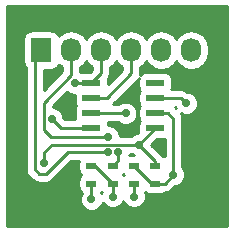
<source format=gbl>
G04 #@! TF.FileFunction,Copper,L2,Bot,Signal*
%FSLAX46Y46*%
G04 Gerber Fmt 4.6, Leading zero omitted, Abs format (unit mm)*
G04 Created by KiCad (PCBNEW 4.0.1-stable) date 2/20/2016 9:56:53 PM*
%MOMM*%
G01*
G04 APERTURE LIST*
%ADD10C,0.100000*%
%ADD11R,0.900000X0.500000*%
%ADD12R,1.550000X0.600000*%
%ADD13R,1.727200X2.032000*%
%ADD14O,1.727200X2.032000*%
%ADD15C,0.700000*%
%ADD16C,0.250000*%
%ADD17C,0.254000*%
G04 APERTURE END LIST*
D10*
D11*
X136950000Y-82550000D03*
X136950000Y-84050000D03*
X138750000Y-82550000D03*
X138750000Y-84050000D03*
X135150000Y-82550000D03*
X135150000Y-84050000D03*
D12*
X133350000Y-79355000D03*
X133350000Y-78085000D03*
X133350000Y-76815000D03*
X133350000Y-75545000D03*
X138750000Y-75545000D03*
X138750000Y-76815000D03*
X138750000Y-78085000D03*
X138750000Y-79355000D03*
D11*
X133350000Y-82550000D03*
X133350000Y-84050000D03*
D13*
X129100000Y-72750000D03*
D14*
X131640000Y-72750000D03*
X134180000Y-72750000D03*
X136720000Y-72750000D03*
X139260000Y-72750000D03*
X141800000Y-72750000D03*
D15*
X136250000Y-78100000D03*
X134750000Y-80100000D03*
X141400000Y-77250000D03*
X135600000Y-81400000D03*
X131950000Y-75550000D03*
X134750000Y-81400000D03*
X136950000Y-85150000D03*
X130000000Y-78550000D03*
X140300000Y-83300000D03*
X135150000Y-85150000D03*
X133350000Y-85400000D03*
X137350000Y-80750000D03*
X129350000Y-82300000D03*
D16*
X133350000Y-78085000D02*
X136235000Y-78085000D01*
X136235000Y-78085000D02*
X136250000Y-78100000D01*
X131350000Y-81400000D02*
X129500000Y-83250000D01*
X128550000Y-82850000D02*
X128550000Y-73300000D01*
X128950000Y-83250000D02*
X128550000Y-82850000D01*
X129500000Y-83250000D02*
X128950000Y-83250000D01*
X128550000Y-73300000D02*
X129100000Y-72750000D01*
X129950000Y-80100000D02*
X129900000Y-80100000D01*
X129900000Y-80100000D02*
X129300000Y-79500000D01*
X131640000Y-72750000D02*
X131640000Y-74860000D01*
X131640000Y-74860000D02*
X129300000Y-77200000D01*
X129300000Y-77200000D02*
X129300000Y-79500000D01*
X134750000Y-80100000D02*
X129950000Y-80100000D01*
X133350000Y-76815000D02*
X134635000Y-76815000D01*
X136720000Y-74730000D02*
X136720000Y-72750000D01*
X134635000Y-76815000D02*
X136720000Y-74730000D01*
X134180000Y-72750000D02*
X134180000Y-74715000D01*
X134180000Y-74715000D02*
X133350000Y-75545000D01*
X140965000Y-76815000D02*
X138750000Y-76815000D01*
X141400000Y-77250000D02*
X140965000Y-76815000D01*
X135600000Y-82100000D02*
X135150000Y-82550000D01*
X135600000Y-82050000D02*
X135600000Y-82100000D01*
X135600000Y-82000000D02*
X135600000Y-82050000D01*
X135600000Y-81400000D02*
X135600000Y-82000000D01*
X131955000Y-75545000D02*
X133350000Y-75545000D01*
X131950000Y-75550000D02*
X131955000Y-75545000D01*
X138750000Y-78085000D02*
X139835000Y-78085000D01*
X140300000Y-78550000D02*
X140300000Y-83300000D01*
X139835000Y-78085000D02*
X140300000Y-78550000D01*
X134750000Y-81400000D02*
X131350000Y-81400000D01*
X136950000Y-85150000D02*
X136950000Y-84050000D01*
X133350000Y-79355000D02*
X130805000Y-79355000D01*
X130805000Y-79355000D02*
X130000000Y-78550000D01*
X137350000Y-80750000D02*
X137355000Y-80750000D01*
X137355000Y-80750000D02*
X138750000Y-79355000D01*
X138750000Y-84050000D02*
X139550000Y-84050000D01*
X139550000Y-84050000D02*
X140300000Y-83300000D01*
X135150000Y-84050000D02*
X135150000Y-85150000D01*
X138750000Y-84050000D02*
X138450000Y-84050000D01*
X138450000Y-84050000D02*
X136950000Y-82550000D01*
X133350000Y-82550000D02*
X133650000Y-82550000D01*
X133650000Y-82550000D02*
X135150000Y-84050000D01*
X133350000Y-85400000D02*
X133350000Y-84050000D01*
X138750000Y-82550000D02*
X138750000Y-82150000D01*
X138750000Y-82150000D02*
X137350000Y-80750000D01*
X130050000Y-80750000D02*
X130000000Y-80750000D01*
X137350000Y-80750000D02*
X130050000Y-80750000D01*
X129350000Y-81400000D02*
X129350000Y-82300000D01*
X130000000Y-80750000D02*
X129350000Y-81400000D01*
D17*
G36*
X144790000Y-87640000D02*
X126210000Y-87640000D01*
X126210000Y-71734000D01*
X127588960Y-71734000D01*
X127588960Y-73766000D01*
X127601400Y-73832113D01*
X127601400Y-73892309D01*
X127622155Y-73942416D01*
X127633238Y-74001317D01*
X127670608Y-74059391D01*
X127698073Y-74125698D01*
X127740714Y-74168339D01*
X127772310Y-74217441D01*
X127790000Y-74229528D01*
X127790000Y-82850000D01*
X127847852Y-83140839D01*
X128012599Y-83387401D01*
X128412599Y-83787401D01*
X128659160Y-83952148D01*
X128707414Y-83961746D01*
X128950000Y-84010000D01*
X129500000Y-84010000D01*
X129790839Y-83952148D01*
X130037401Y-83787401D01*
X131664802Y-82160000D01*
X132270671Y-82160000D01*
X132265000Y-82173691D01*
X132265000Y-82238569D01*
X132252560Y-82300000D01*
X132252560Y-82800000D01*
X132265000Y-82866113D01*
X132265000Y-82926309D01*
X132285755Y-82976416D01*
X132296838Y-83035317D01*
X132334208Y-83093391D01*
X132361673Y-83159698D01*
X132404314Y-83202339D01*
X132435910Y-83251441D01*
X132491179Y-83289205D01*
X132501974Y-83300000D01*
X132497660Y-83304315D01*
X132448559Y-83335910D01*
X132410794Y-83391180D01*
X132361673Y-83440302D01*
X132337721Y-83498126D01*
X132303569Y-83548110D01*
X132290705Y-83611633D01*
X132265000Y-83673691D01*
X132265000Y-83738569D01*
X132252560Y-83800000D01*
X132252560Y-84300000D01*
X132265000Y-84366113D01*
X132265000Y-84426309D01*
X132285755Y-84476416D01*
X132296838Y-84535317D01*
X132334208Y-84593391D01*
X132361673Y-84659698D01*
X132404314Y-84702339D01*
X132435910Y-84751441D01*
X132491179Y-84789205D01*
X132529379Y-84827405D01*
X132515445Y-84841314D01*
X132365172Y-85203212D01*
X132364830Y-85595069D01*
X132514471Y-85957229D01*
X132791314Y-86234555D01*
X133153212Y-86384828D01*
X133545069Y-86385170D01*
X133907229Y-86235529D01*
X134184555Y-85958686D01*
X134301751Y-85676445D01*
X134314471Y-85707229D01*
X134591314Y-85984555D01*
X134953212Y-86134828D01*
X135345069Y-86135170D01*
X135707229Y-85985529D01*
X135984555Y-85708686D01*
X136049975Y-85551137D01*
X136114471Y-85707229D01*
X136391314Y-85984555D01*
X136753212Y-86134828D01*
X137145069Y-86135170D01*
X137507229Y-85985529D01*
X137784555Y-85708686D01*
X137934828Y-85346788D01*
X137935170Y-84954931D01*
X137857061Y-84765893D01*
X137891179Y-84789205D01*
X137940301Y-84838327D01*
X137998128Y-84862280D01*
X138048110Y-84896431D01*
X138111631Y-84909294D01*
X138173690Y-84935000D01*
X138238569Y-84935000D01*
X138300000Y-84947440D01*
X139200000Y-84947440D01*
X139266113Y-84935000D01*
X139326310Y-84935000D01*
X139376418Y-84914245D01*
X139435317Y-84903162D01*
X139493390Y-84865793D01*
X139559699Y-84838327D01*
X139597468Y-84800558D01*
X139840839Y-84752148D01*
X140087401Y-84587401D01*
X140389724Y-84285078D01*
X140495069Y-84285170D01*
X140857229Y-84135529D01*
X141134555Y-83858686D01*
X141284828Y-83496788D01*
X141285170Y-83104931D01*
X141135529Y-82742771D01*
X141060000Y-82667110D01*
X141060000Y-78550000D01*
X141002148Y-78259161D01*
X141002148Y-78259160D01*
X140902440Y-78109937D01*
X141203212Y-78234828D01*
X141595069Y-78235170D01*
X141957229Y-78085529D01*
X142234555Y-77808686D01*
X142384828Y-77446788D01*
X142385170Y-77054931D01*
X142235529Y-76692771D01*
X141958686Y-76415445D01*
X141596788Y-76265172D01*
X141483655Y-76265073D01*
X141255839Y-76112852D01*
X140965000Y-76055000D01*
X140129914Y-76055000D01*
X140134294Y-76033369D01*
X140160000Y-75971310D01*
X140160000Y-75906431D01*
X140172440Y-75845000D01*
X140172440Y-75245000D01*
X140160000Y-75178887D01*
X140160000Y-75118690D01*
X140139245Y-75068582D01*
X140128162Y-75009683D01*
X140090793Y-74951610D01*
X140063327Y-74885301D01*
X140020685Y-74842660D01*
X139989090Y-74793559D01*
X139933820Y-74755794D01*
X139884698Y-74706673D01*
X139826874Y-74682721D01*
X139776890Y-74648569D01*
X139713367Y-74635705D01*
X139651309Y-74610000D01*
X139586431Y-74610000D01*
X139525000Y-74597560D01*
X137975000Y-74597560D01*
X137908887Y-74610000D01*
X137848691Y-74610000D01*
X137798584Y-74630755D01*
X137739683Y-74641838D01*
X137681609Y-74679208D01*
X137615302Y-74706673D01*
X137572661Y-74749314D01*
X137523559Y-74780910D01*
X137485795Y-74836179D01*
X137452196Y-74869778D01*
X137480000Y-74730000D01*
X137480000Y-74194648D01*
X137616731Y-74103287D01*
X137622036Y-74100732D01*
X137624229Y-74098277D01*
X137779670Y-73994415D01*
X137965468Y-73716349D01*
X137990000Y-73688892D01*
X138014532Y-73716349D01*
X138200330Y-73994415D01*
X138355771Y-74098277D01*
X138357964Y-74100732D01*
X138363269Y-74103287D01*
X138686511Y-74319271D01*
X139260000Y-74433345D01*
X139833489Y-74319271D01*
X140156731Y-74103287D01*
X140162036Y-74100732D01*
X140164229Y-74098277D01*
X140319670Y-73994415D01*
X140505468Y-73716349D01*
X140530000Y-73688892D01*
X140554532Y-73716349D01*
X140740330Y-73994415D01*
X140895771Y-74098277D01*
X140897964Y-74100732D01*
X140903269Y-74103287D01*
X141226511Y-74319271D01*
X141800000Y-74433345D01*
X142373489Y-74319271D01*
X142696731Y-74103287D01*
X142702036Y-74100732D01*
X142704229Y-74098277D01*
X142859670Y-73994415D01*
X143045468Y-73716349D01*
X143091954Y-73664320D01*
X143104832Y-73627505D01*
X143184526Y-73508234D01*
X143234587Y-73256560D01*
X143285184Y-73111913D01*
X143268699Y-73085069D01*
X143298600Y-72934745D01*
X143298600Y-72565255D01*
X143268699Y-72414931D01*
X143285184Y-72388087D01*
X143234587Y-72243440D01*
X143184526Y-71991766D01*
X143104832Y-71872495D01*
X143091954Y-71835680D01*
X143045468Y-71783651D01*
X142859670Y-71505585D01*
X142704229Y-71401723D01*
X142702036Y-71399268D01*
X142696731Y-71396713D01*
X142373489Y-71180729D01*
X141800000Y-71066655D01*
X141226511Y-71180729D01*
X140903269Y-71396713D01*
X140897964Y-71399268D01*
X140895771Y-71401723D01*
X140740330Y-71505585D01*
X140554532Y-71783651D01*
X140530000Y-71811108D01*
X140505468Y-71783651D01*
X140319670Y-71505585D01*
X140164229Y-71401723D01*
X140162036Y-71399268D01*
X140156731Y-71396713D01*
X139833489Y-71180729D01*
X139260000Y-71066655D01*
X138686511Y-71180729D01*
X138363269Y-71396713D01*
X138357964Y-71399268D01*
X138355771Y-71401723D01*
X138200330Y-71505585D01*
X138014532Y-71783651D01*
X137990000Y-71811108D01*
X137965468Y-71783651D01*
X137779670Y-71505585D01*
X137624229Y-71401723D01*
X137622036Y-71399268D01*
X137616731Y-71396713D01*
X137293489Y-71180729D01*
X136720000Y-71066655D01*
X136146511Y-71180729D01*
X135823269Y-71396713D01*
X135817964Y-71399268D01*
X135815771Y-71401723D01*
X135660330Y-71505585D01*
X135474532Y-71783651D01*
X135450000Y-71811108D01*
X135425468Y-71783651D01*
X135239670Y-71505585D01*
X135084229Y-71401723D01*
X135082036Y-71399268D01*
X135076731Y-71396713D01*
X134753489Y-71180729D01*
X134180000Y-71066655D01*
X133606511Y-71180729D01*
X133283269Y-71396713D01*
X133277964Y-71399268D01*
X133275771Y-71401723D01*
X133120330Y-71505585D01*
X132934532Y-71783651D01*
X132910000Y-71811108D01*
X132885468Y-71783651D01*
X132699670Y-71505585D01*
X132544229Y-71401723D01*
X132542036Y-71399268D01*
X132536731Y-71396713D01*
X132213489Y-71180729D01*
X131640000Y-71066655D01*
X131066511Y-71180729D01*
X130743269Y-71396713D01*
X130737964Y-71399268D01*
X130735771Y-71401723D01*
X130580330Y-71505585D01*
X130570757Y-71519913D01*
X130566762Y-71498683D01*
X130529392Y-71440609D01*
X130501927Y-71374302D01*
X130459286Y-71331661D01*
X130427690Y-71282559D01*
X130372421Y-71244795D01*
X130323299Y-71195673D01*
X130265472Y-71171720D01*
X130215490Y-71137569D01*
X130151969Y-71124706D01*
X130089910Y-71099000D01*
X130025031Y-71099000D01*
X129963600Y-71086560D01*
X128236400Y-71086560D01*
X128170287Y-71099000D01*
X128110090Y-71099000D01*
X128059982Y-71119755D01*
X128001083Y-71130838D01*
X127943010Y-71168207D01*
X127876701Y-71195673D01*
X127834060Y-71238315D01*
X127784959Y-71269910D01*
X127747194Y-71325180D01*
X127698073Y-71374302D01*
X127674121Y-71432126D01*
X127639969Y-71482110D01*
X127627105Y-71545633D01*
X127601400Y-71607691D01*
X127601400Y-71672569D01*
X127588960Y-71734000D01*
X126210000Y-71734000D01*
X126210000Y-69060000D01*
X144790000Y-69060000D01*
X144790000Y-87640000D01*
X144790000Y-87640000D01*
G37*
X144790000Y-87640000D02*
X126210000Y-87640000D01*
X126210000Y-71734000D01*
X127588960Y-71734000D01*
X127588960Y-73766000D01*
X127601400Y-73832113D01*
X127601400Y-73892309D01*
X127622155Y-73942416D01*
X127633238Y-74001317D01*
X127670608Y-74059391D01*
X127698073Y-74125698D01*
X127740714Y-74168339D01*
X127772310Y-74217441D01*
X127790000Y-74229528D01*
X127790000Y-82850000D01*
X127847852Y-83140839D01*
X128012599Y-83387401D01*
X128412599Y-83787401D01*
X128659160Y-83952148D01*
X128707414Y-83961746D01*
X128950000Y-84010000D01*
X129500000Y-84010000D01*
X129790839Y-83952148D01*
X130037401Y-83787401D01*
X131664802Y-82160000D01*
X132270671Y-82160000D01*
X132265000Y-82173691D01*
X132265000Y-82238569D01*
X132252560Y-82300000D01*
X132252560Y-82800000D01*
X132265000Y-82866113D01*
X132265000Y-82926309D01*
X132285755Y-82976416D01*
X132296838Y-83035317D01*
X132334208Y-83093391D01*
X132361673Y-83159698D01*
X132404314Y-83202339D01*
X132435910Y-83251441D01*
X132491179Y-83289205D01*
X132501974Y-83300000D01*
X132497660Y-83304315D01*
X132448559Y-83335910D01*
X132410794Y-83391180D01*
X132361673Y-83440302D01*
X132337721Y-83498126D01*
X132303569Y-83548110D01*
X132290705Y-83611633D01*
X132265000Y-83673691D01*
X132265000Y-83738569D01*
X132252560Y-83800000D01*
X132252560Y-84300000D01*
X132265000Y-84366113D01*
X132265000Y-84426309D01*
X132285755Y-84476416D01*
X132296838Y-84535317D01*
X132334208Y-84593391D01*
X132361673Y-84659698D01*
X132404314Y-84702339D01*
X132435910Y-84751441D01*
X132491179Y-84789205D01*
X132529379Y-84827405D01*
X132515445Y-84841314D01*
X132365172Y-85203212D01*
X132364830Y-85595069D01*
X132514471Y-85957229D01*
X132791314Y-86234555D01*
X133153212Y-86384828D01*
X133545069Y-86385170D01*
X133907229Y-86235529D01*
X134184555Y-85958686D01*
X134301751Y-85676445D01*
X134314471Y-85707229D01*
X134591314Y-85984555D01*
X134953212Y-86134828D01*
X135345069Y-86135170D01*
X135707229Y-85985529D01*
X135984555Y-85708686D01*
X136049975Y-85551137D01*
X136114471Y-85707229D01*
X136391314Y-85984555D01*
X136753212Y-86134828D01*
X137145069Y-86135170D01*
X137507229Y-85985529D01*
X137784555Y-85708686D01*
X137934828Y-85346788D01*
X137935170Y-84954931D01*
X137857061Y-84765893D01*
X137891179Y-84789205D01*
X137940301Y-84838327D01*
X137998128Y-84862280D01*
X138048110Y-84896431D01*
X138111631Y-84909294D01*
X138173690Y-84935000D01*
X138238569Y-84935000D01*
X138300000Y-84947440D01*
X139200000Y-84947440D01*
X139266113Y-84935000D01*
X139326310Y-84935000D01*
X139376418Y-84914245D01*
X139435317Y-84903162D01*
X139493390Y-84865793D01*
X139559699Y-84838327D01*
X139597468Y-84800558D01*
X139840839Y-84752148D01*
X140087401Y-84587401D01*
X140389724Y-84285078D01*
X140495069Y-84285170D01*
X140857229Y-84135529D01*
X141134555Y-83858686D01*
X141284828Y-83496788D01*
X141285170Y-83104931D01*
X141135529Y-82742771D01*
X141060000Y-82667110D01*
X141060000Y-78550000D01*
X141002148Y-78259161D01*
X141002148Y-78259160D01*
X140902440Y-78109937D01*
X141203212Y-78234828D01*
X141595069Y-78235170D01*
X141957229Y-78085529D01*
X142234555Y-77808686D01*
X142384828Y-77446788D01*
X142385170Y-77054931D01*
X142235529Y-76692771D01*
X141958686Y-76415445D01*
X141596788Y-76265172D01*
X141483655Y-76265073D01*
X141255839Y-76112852D01*
X140965000Y-76055000D01*
X140129914Y-76055000D01*
X140134294Y-76033369D01*
X140160000Y-75971310D01*
X140160000Y-75906431D01*
X140172440Y-75845000D01*
X140172440Y-75245000D01*
X140160000Y-75178887D01*
X140160000Y-75118690D01*
X140139245Y-75068582D01*
X140128162Y-75009683D01*
X140090793Y-74951610D01*
X140063327Y-74885301D01*
X140020685Y-74842660D01*
X139989090Y-74793559D01*
X139933820Y-74755794D01*
X139884698Y-74706673D01*
X139826874Y-74682721D01*
X139776890Y-74648569D01*
X139713367Y-74635705D01*
X139651309Y-74610000D01*
X139586431Y-74610000D01*
X139525000Y-74597560D01*
X137975000Y-74597560D01*
X137908887Y-74610000D01*
X137848691Y-74610000D01*
X137798584Y-74630755D01*
X137739683Y-74641838D01*
X137681609Y-74679208D01*
X137615302Y-74706673D01*
X137572661Y-74749314D01*
X137523559Y-74780910D01*
X137485795Y-74836179D01*
X137452196Y-74869778D01*
X137480000Y-74730000D01*
X137480000Y-74194648D01*
X137616731Y-74103287D01*
X137622036Y-74100732D01*
X137624229Y-74098277D01*
X137779670Y-73994415D01*
X137965468Y-73716349D01*
X137990000Y-73688892D01*
X138014532Y-73716349D01*
X138200330Y-73994415D01*
X138355771Y-74098277D01*
X138357964Y-74100732D01*
X138363269Y-74103287D01*
X138686511Y-74319271D01*
X139260000Y-74433345D01*
X139833489Y-74319271D01*
X140156731Y-74103287D01*
X140162036Y-74100732D01*
X140164229Y-74098277D01*
X140319670Y-73994415D01*
X140505468Y-73716349D01*
X140530000Y-73688892D01*
X140554532Y-73716349D01*
X140740330Y-73994415D01*
X140895771Y-74098277D01*
X140897964Y-74100732D01*
X140903269Y-74103287D01*
X141226511Y-74319271D01*
X141800000Y-74433345D01*
X142373489Y-74319271D01*
X142696731Y-74103287D01*
X142702036Y-74100732D01*
X142704229Y-74098277D01*
X142859670Y-73994415D01*
X143045468Y-73716349D01*
X143091954Y-73664320D01*
X143104832Y-73627505D01*
X143184526Y-73508234D01*
X143234587Y-73256560D01*
X143285184Y-73111913D01*
X143268699Y-73085069D01*
X143298600Y-72934745D01*
X143298600Y-72565255D01*
X143268699Y-72414931D01*
X143285184Y-72388087D01*
X143234587Y-72243440D01*
X143184526Y-71991766D01*
X143104832Y-71872495D01*
X143091954Y-71835680D01*
X143045468Y-71783651D01*
X142859670Y-71505585D01*
X142704229Y-71401723D01*
X142702036Y-71399268D01*
X142696731Y-71396713D01*
X142373489Y-71180729D01*
X141800000Y-71066655D01*
X141226511Y-71180729D01*
X140903269Y-71396713D01*
X140897964Y-71399268D01*
X140895771Y-71401723D01*
X140740330Y-71505585D01*
X140554532Y-71783651D01*
X140530000Y-71811108D01*
X140505468Y-71783651D01*
X140319670Y-71505585D01*
X140164229Y-71401723D01*
X140162036Y-71399268D01*
X140156731Y-71396713D01*
X139833489Y-71180729D01*
X139260000Y-71066655D01*
X138686511Y-71180729D01*
X138363269Y-71396713D01*
X138357964Y-71399268D01*
X138355771Y-71401723D01*
X138200330Y-71505585D01*
X138014532Y-71783651D01*
X137990000Y-71811108D01*
X137965468Y-71783651D01*
X137779670Y-71505585D01*
X137624229Y-71401723D01*
X137622036Y-71399268D01*
X137616731Y-71396713D01*
X137293489Y-71180729D01*
X136720000Y-71066655D01*
X136146511Y-71180729D01*
X135823269Y-71396713D01*
X135817964Y-71399268D01*
X135815771Y-71401723D01*
X135660330Y-71505585D01*
X135474532Y-71783651D01*
X135450000Y-71811108D01*
X135425468Y-71783651D01*
X135239670Y-71505585D01*
X135084229Y-71401723D01*
X135082036Y-71399268D01*
X135076731Y-71396713D01*
X134753489Y-71180729D01*
X134180000Y-71066655D01*
X133606511Y-71180729D01*
X133283269Y-71396713D01*
X133277964Y-71399268D01*
X133275771Y-71401723D01*
X133120330Y-71505585D01*
X132934532Y-71783651D01*
X132910000Y-71811108D01*
X132885468Y-71783651D01*
X132699670Y-71505585D01*
X132544229Y-71401723D01*
X132542036Y-71399268D01*
X132536731Y-71396713D01*
X132213489Y-71180729D01*
X131640000Y-71066655D01*
X131066511Y-71180729D01*
X130743269Y-71396713D01*
X130737964Y-71399268D01*
X130735771Y-71401723D01*
X130580330Y-71505585D01*
X130570757Y-71519913D01*
X130566762Y-71498683D01*
X130529392Y-71440609D01*
X130501927Y-71374302D01*
X130459286Y-71331661D01*
X130427690Y-71282559D01*
X130372421Y-71244795D01*
X130323299Y-71195673D01*
X130265472Y-71171720D01*
X130215490Y-71137569D01*
X130151969Y-71124706D01*
X130089910Y-71099000D01*
X130025031Y-71099000D01*
X129963600Y-71086560D01*
X128236400Y-71086560D01*
X128170287Y-71099000D01*
X128110090Y-71099000D01*
X128059982Y-71119755D01*
X128001083Y-71130838D01*
X127943010Y-71168207D01*
X127876701Y-71195673D01*
X127834060Y-71238315D01*
X127784959Y-71269910D01*
X127747194Y-71325180D01*
X127698073Y-71374302D01*
X127674121Y-71432126D01*
X127639969Y-71482110D01*
X127627105Y-71545633D01*
X127601400Y-71607691D01*
X127601400Y-71672569D01*
X127588960Y-71734000D01*
X126210000Y-71734000D01*
X126210000Y-69060000D01*
X144790000Y-69060000D01*
X144790000Y-87640000D01*
G36*
X134198249Y-84873555D02*
X134185529Y-84842771D01*
X134170405Y-84827621D01*
X134202340Y-84795685D01*
X134240880Y-84770886D01*
X134198249Y-84873555D01*
X134198249Y-84873555D01*
G37*
X134198249Y-84873555D02*
X134185529Y-84842771D01*
X134170405Y-84827621D01*
X134202340Y-84795685D01*
X134240880Y-84770886D01*
X134198249Y-84873555D01*
G36*
X136091179Y-83289205D02*
X136101974Y-83300000D01*
X136097660Y-83304315D01*
X136048559Y-83335910D01*
X136047610Y-83337299D01*
X136008821Y-83310795D01*
X135998026Y-83300000D01*
X136002340Y-83295685D01*
X136051441Y-83264090D01*
X136052390Y-83262701D01*
X136091179Y-83289205D01*
X136091179Y-83289205D01*
G37*
X136091179Y-83289205D02*
X136101974Y-83300000D01*
X136097660Y-83304315D01*
X136048559Y-83335910D01*
X136047610Y-83337299D01*
X136008821Y-83310795D01*
X135998026Y-83300000D01*
X136002340Y-83295685D01*
X136051441Y-83264090D01*
X136052390Y-83262701D01*
X136091179Y-83289205D01*
G36*
X139540000Y-81753513D02*
X139501872Y-81737720D01*
X139451890Y-81703569D01*
X139388369Y-81690706D01*
X139326310Y-81665000D01*
X139322414Y-81665000D01*
X139287401Y-81612599D01*
X138427302Y-80752500D01*
X138877362Y-80302440D01*
X139525000Y-80302440D01*
X139540000Y-80299618D01*
X139540000Y-81753513D01*
X139540000Y-81753513D01*
G37*
X139540000Y-81753513D02*
X139501872Y-81737720D01*
X139451890Y-81703569D01*
X139388369Y-81690706D01*
X139326310Y-81665000D01*
X139322414Y-81665000D01*
X139287401Y-81612599D01*
X138427302Y-80752500D01*
X138877362Y-80302440D01*
X139525000Y-80302440D01*
X139540000Y-80299618D01*
X139540000Y-81753513D01*
G36*
X136791314Y-81584555D02*
X136955088Y-81652560D01*
X136561669Y-81652560D01*
X136584828Y-81596788D01*
X136584904Y-81510000D01*
X136716889Y-81510000D01*
X136791314Y-81584555D01*
X136791314Y-81584555D01*
G37*
X136791314Y-81584555D02*
X136955088Y-81652560D01*
X136561669Y-81652560D01*
X136584828Y-81596788D01*
X136584904Y-81510000D01*
X136716889Y-81510000D01*
X136791314Y-81584555D01*
G36*
X137340000Y-75183569D02*
X137327560Y-75245000D01*
X137327560Y-75845000D01*
X137340000Y-75911113D01*
X137340000Y-75971310D01*
X137360755Y-76021418D01*
X137371838Y-76080317D01*
X137409207Y-76138390D01*
X137426442Y-76180000D01*
X137412720Y-76213128D01*
X137378569Y-76263110D01*
X137365706Y-76326631D01*
X137340000Y-76388690D01*
X137340000Y-76453569D01*
X137327560Y-76515000D01*
X137327560Y-77115000D01*
X137340000Y-77181113D01*
X137340000Y-77241310D01*
X137360755Y-77291418D01*
X137371838Y-77350317D01*
X137409207Y-77408390D01*
X137426442Y-77450000D01*
X137412720Y-77483128D01*
X137378569Y-77533110D01*
X137365706Y-77596631D01*
X137340000Y-77658690D01*
X137340000Y-77723569D01*
X137327560Y-77785000D01*
X137327560Y-78385000D01*
X137340000Y-78451113D01*
X137340000Y-78511310D01*
X137360755Y-78561418D01*
X137371838Y-78620317D01*
X137409207Y-78678390D01*
X137426442Y-78720000D01*
X137412720Y-78753128D01*
X137378569Y-78803110D01*
X137365706Y-78866631D01*
X137340000Y-78928690D01*
X137340000Y-78993569D01*
X137327560Y-79055000D01*
X137327560Y-79655000D01*
X137335104Y-79695094D01*
X137265272Y-79764926D01*
X137154931Y-79764830D01*
X136792771Y-79914471D01*
X136717110Y-79990000D01*
X135735096Y-79990000D01*
X135735170Y-79904931D01*
X135585529Y-79542771D01*
X135308686Y-79265445D01*
X134946788Y-79115172D01*
X134772440Y-79115020D01*
X134772440Y-79055000D01*
X134760000Y-78988887D01*
X134760000Y-78928690D01*
X134739245Y-78878582D01*
X134732926Y-78845000D01*
X135601915Y-78845000D01*
X135691314Y-78934555D01*
X136053212Y-79084828D01*
X136445069Y-79085170D01*
X136807229Y-78935529D01*
X137084555Y-78658686D01*
X137234828Y-78296788D01*
X137235170Y-77904931D01*
X137085529Y-77542771D01*
X136808686Y-77265445D01*
X136446788Y-77115172D01*
X136054931Y-77114830D01*
X135692771Y-77264471D01*
X135632136Y-77325000D01*
X135199802Y-77325000D01*
X137257401Y-75267401D01*
X137340000Y-75143783D01*
X137340000Y-75183569D01*
X137340000Y-75183569D01*
G37*
X137340000Y-75183569D02*
X137327560Y-75245000D01*
X137327560Y-75845000D01*
X137340000Y-75911113D01*
X137340000Y-75971310D01*
X137360755Y-76021418D01*
X137371838Y-76080317D01*
X137409207Y-76138390D01*
X137426442Y-76180000D01*
X137412720Y-76213128D01*
X137378569Y-76263110D01*
X137365706Y-76326631D01*
X137340000Y-76388690D01*
X137340000Y-76453569D01*
X137327560Y-76515000D01*
X137327560Y-77115000D01*
X137340000Y-77181113D01*
X137340000Y-77241310D01*
X137360755Y-77291418D01*
X137371838Y-77350317D01*
X137409207Y-77408390D01*
X137426442Y-77450000D01*
X137412720Y-77483128D01*
X137378569Y-77533110D01*
X137365706Y-77596631D01*
X137340000Y-77658690D01*
X137340000Y-77723569D01*
X137327560Y-77785000D01*
X137327560Y-78385000D01*
X137340000Y-78451113D01*
X137340000Y-78511310D01*
X137360755Y-78561418D01*
X137371838Y-78620317D01*
X137409207Y-78678390D01*
X137426442Y-78720000D01*
X137412720Y-78753128D01*
X137378569Y-78803110D01*
X137365706Y-78866631D01*
X137340000Y-78928690D01*
X137340000Y-78993569D01*
X137327560Y-79055000D01*
X137327560Y-79655000D01*
X137335104Y-79695094D01*
X137265272Y-79764926D01*
X137154931Y-79764830D01*
X136792771Y-79914471D01*
X136717110Y-79990000D01*
X135735096Y-79990000D01*
X135735170Y-79904931D01*
X135585529Y-79542771D01*
X135308686Y-79265445D01*
X134946788Y-79115172D01*
X134772440Y-79115020D01*
X134772440Y-79055000D01*
X134760000Y-78988887D01*
X134760000Y-78928690D01*
X134739245Y-78878582D01*
X134732926Y-78845000D01*
X135601915Y-78845000D01*
X135691314Y-78934555D01*
X136053212Y-79084828D01*
X136445069Y-79085170D01*
X136807229Y-78935529D01*
X137084555Y-78658686D01*
X137234828Y-78296788D01*
X137235170Y-77904931D01*
X137085529Y-77542771D01*
X136808686Y-77265445D01*
X136446788Y-77115172D01*
X136054931Y-77114830D01*
X135692771Y-77264471D01*
X135632136Y-77325000D01*
X135199802Y-77325000D01*
X137257401Y-75267401D01*
X137340000Y-75143783D01*
X137340000Y-75183569D01*
G36*
X131391314Y-76384555D02*
X131753212Y-76534828D01*
X131927560Y-76534980D01*
X131927560Y-77115000D01*
X131940000Y-77181113D01*
X131940000Y-77241310D01*
X131960755Y-77291418D01*
X131971838Y-77350317D01*
X132009207Y-77408390D01*
X132026442Y-77450000D01*
X132012720Y-77483128D01*
X131978569Y-77533110D01*
X131965706Y-77596631D01*
X131940000Y-77658690D01*
X131940000Y-77723569D01*
X131927560Y-77785000D01*
X131927560Y-78385000D01*
X131940000Y-78451113D01*
X131940000Y-78511310D01*
X131960755Y-78561418D01*
X131967074Y-78595000D01*
X131119802Y-78595000D01*
X130985078Y-78460276D01*
X130985170Y-78354931D01*
X130835529Y-77992771D01*
X130558686Y-77715445D01*
X130196788Y-77565172D01*
X130060000Y-77565053D01*
X130060000Y-77514802D01*
X131290868Y-76283934D01*
X131391314Y-76384555D01*
X131391314Y-76384555D01*
G37*
X131391314Y-76384555D02*
X131753212Y-76534828D01*
X131927560Y-76534980D01*
X131927560Y-77115000D01*
X131940000Y-77181113D01*
X131940000Y-77241310D01*
X131960755Y-77291418D01*
X131971838Y-77350317D01*
X132009207Y-77408390D01*
X132026442Y-77450000D01*
X132012720Y-77483128D01*
X131978569Y-77533110D01*
X131965706Y-77596631D01*
X131940000Y-77658690D01*
X131940000Y-77723569D01*
X131927560Y-77785000D01*
X131927560Y-78385000D01*
X131940000Y-78451113D01*
X131940000Y-78511310D01*
X131960755Y-78561418D01*
X131967074Y-78595000D01*
X131119802Y-78595000D01*
X130985078Y-78460276D01*
X130985170Y-78354931D01*
X130835529Y-77992771D01*
X130558686Y-77715445D01*
X130196788Y-77565172D01*
X130060000Y-77565053D01*
X130060000Y-77514802D01*
X131290868Y-76283934D01*
X131391314Y-76384555D01*
G36*
X140516900Y-77692098D02*
X140399802Y-77575000D01*
X140468516Y-77575000D01*
X140516900Y-77692098D01*
X140516900Y-77692098D01*
G37*
X140516900Y-77692098D02*
X140399802Y-77575000D01*
X140468516Y-77575000D01*
X140516900Y-77692098D01*
G36*
X130580330Y-73994415D02*
X130735771Y-74098277D01*
X130737964Y-74100732D01*
X130743269Y-74103287D01*
X130880000Y-74194648D01*
X130880000Y-74545198D01*
X129310000Y-76115198D01*
X129310000Y-74413440D01*
X129963600Y-74413440D01*
X130029713Y-74401000D01*
X130089910Y-74401000D01*
X130140018Y-74380245D01*
X130198917Y-74369162D01*
X130256990Y-74331793D01*
X130323299Y-74304327D01*
X130365940Y-74261685D01*
X130415041Y-74230090D01*
X130452806Y-74174820D01*
X130501927Y-74125698D01*
X130525879Y-74067874D01*
X130560031Y-74017890D01*
X130568400Y-73976561D01*
X130580330Y-73994415D01*
X130580330Y-73994415D01*
G37*
X130580330Y-73994415D02*
X130735771Y-74098277D01*
X130737964Y-74100732D01*
X130743269Y-74103287D01*
X130880000Y-74194648D01*
X130880000Y-74545198D01*
X129310000Y-76115198D01*
X129310000Y-74413440D01*
X129963600Y-74413440D01*
X130029713Y-74401000D01*
X130089910Y-74401000D01*
X130140018Y-74380245D01*
X130198917Y-74369162D01*
X130256990Y-74331793D01*
X130323299Y-74304327D01*
X130365940Y-74261685D01*
X130415041Y-74230090D01*
X130452806Y-74174820D01*
X130501927Y-74125698D01*
X130525879Y-74067874D01*
X130560031Y-74017890D01*
X130568400Y-73976561D01*
X130580330Y-73994415D01*
G36*
X135474532Y-73716349D02*
X135660330Y-73994415D01*
X135815771Y-74098277D01*
X135817964Y-74100732D01*
X135823269Y-74103287D01*
X135960000Y-74194648D01*
X135960000Y-74415198D01*
X134772440Y-75602758D01*
X134772440Y-75245000D01*
X134761433Y-75186503D01*
X134882148Y-75005840D01*
X134940000Y-74715000D01*
X134940000Y-74194648D01*
X135076731Y-74103287D01*
X135082036Y-74100732D01*
X135084229Y-74098277D01*
X135239670Y-73994415D01*
X135425468Y-73716349D01*
X135450000Y-73688892D01*
X135474532Y-73716349D01*
X135474532Y-73716349D01*
G37*
X135474532Y-73716349D02*
X135660330Y-73994415D01*
X135815771Y-74098277D01*
X135817964Y-74100732D01*
X135823269Y-74103287D01*
X135960000Y-74194648D01*
X135960000Y-74415198D01*
X134772440Y-75602758D01*
X134772440Y-75245000D01*
X134761433Y-75186503D01*
X134882148Y-75005840D01*
X134940000Y-74715000D01*
X134940000Y-74194648D01*
X135076731Y-74103287D01*
X135082036Y-74100732D01*
X135084229Y-74098277D01*
X135239670Y-73994415D01*
X135425468Y-73716349D01*
X135450000Y-73688892D01*
X135474532Y-73716349D01*
G36*
X132934532Y-73716349D02*
X133120330Y-73994415D01*
X133275771Y-74098277D01*
X133277964Y-74100732D01*
X133283269Y-74103287D01*
X133420000Y-74194648D01*
X133420000Y-74400198D01*
X133222638Y-74597560D01*
X132575000Y-74597560D01*
X132508887Y-74610000D01*
X132448691Y-74610000D01*
X132400000Y-74630168D01*
X132400000Y-74194648D01*
X132536731Y-74103287D01*
X132542036Y-74100732D01*
X132544229Y-74098277D01*
X132699670Y-73994415D01*
X132885468Y-73716349D01*
X132910000Y-73688892D01*
X132934532Y-73716349D01*
X132934532Y-73716349D01*
G37*
X132934532Y-73716349D02*
X133120330Y-73994415D01*
X133275771Y-74098277D01*
X133277964Y-74100732D01*
X133283269Y-74103287D01*
X133420000Y-74194648D01*
X133420000Y-74400198D01*
X133222638Y-74597560D01*
X132575000Y-74597560D01*
X132508887Y-74610000D01*
X132448691Y-74610000D01*
X132400000Y-74630168D01*
X132400000Y-74194648D01*
X132536731Y-74103287D01*
X132542036Y-74100732D01*
X132544229Y-74098277D01*
X132699670Y-73994415D01*
X132885468Y-73716349D01*
X132910000Y-73688892D01*
X132934532Y-73716349D01*
M02*

</source>
